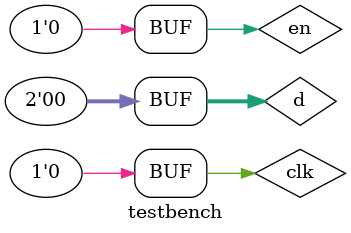
<source format=v>
/********************************************
Testbench of air traffic control system.

Airport description:
1)Airport contains two runways perpendicular to each other
2)Runway B faces E-W direction and Runway A faces N-S

Group Number:21

Member 1:
Name:Archit Pandey
Roll:16CO153

Member 2:
Name:Mohit Bhasi
ROll:16CO126
*********************************************/

`timescale 1ns/10ps
module testbench;

/********************************************
Inputs :
1) d-signifies direction of travel bits
   00-East,10-West,01-South,11-North
2) Clock
3) Enable pin
4) A,B-they are feedback from the current circuit
   which prevents a plane from landing on an 
   already occupied runway

Ouputs :
1) signal-signifies the output generated by
   the curcuit

Other Variables:
1) a-signifies the current state of runway a
2) b-signifies the current state of runway 
3) counta-counter for runway a, counts till 15
   and clears the runway after that
4) countb-counter for runway b, counts till 15
   and clears the runway after that
********************************************/
    reg en;
    reg clk;
    reg [1:0] d;
    wire [3:0]signal;
    runway_select runway_pick(d,A,B,clk,en,signal);             //Create an object of type runway_select
    initial 
    begin        
        clk = 1'b0;
        repeat (100)
        #10 clk = ~clk;                                     //Create clock 
    end 
    initial
    begin
        $dumpfile("dataflow.vcd");                            //Create the vcd file
        $dumpvars(0,runway_pick);                           

//Uniform direction is maintained throught the test cases, but the frequency of inputs vary and 
//hence each time assigned runway may not be in direction of travel. As each operation of landing takes 15 seconds, 
//the outputs stay for consecutive inputs. For example : if runway A and B are full and a new plane wants to land,
//the circuit will sendout the wait signal for the next 15 seconds regardless of the number of times the circuit receives an input
// until a runway becomes free

        en = 1'b1;                                          //Enable switch is turned on to make the circuit take input
        d = 2'b00;
        #10
        en = 1'b0;                                          //Disabling the switch signifies input has been succesfully given
        $monitor("Direction: %d Signal: %d", d, signal);    //Display

        #100
        en = 1'b1;                                          //Enable switch is turned on to make the circuit take input
        d = 2'b00;
        #10
        en = 1'b0;                                          //Disabling the switch signifies input has been succesfully given
        $monitor("Direction: %d Signal: %d", d, signal);    //Display

        #100
        en = 1'b1;                                          //Enable switch is turned on to make the circuit take input
        d = 2'b00;
        #10
        en = 1'b0;                                          //Disabling the switch signifies input has been succesfully given
        $monitor("Direction: %d Signal: %d", d, signal);    //Display

//At this point all the runways are full for the next 15 seconds and the frequency of input is increased
//to show that the circuit will output the wait signal for the next 15 seconds

        #20
        en = 1'b1;                                          //Enable switch is turned on to make the circuit take input
        d = 2'b00;
        #10
        en = 1'b0;                                          //Disabling the switch signifies input has been succesfully given
        $monitor("Direction: %d Signal: %d", d, signal);    //Display

        #20
        en = 1'b1;                                          //Enable switch is turned on to make the circuit take input
        d = 2'b00;
        #10   
        en = 1'b0;                                          //Disabling the switch signifies input has been succesfully given              
        $monitor("Direction: %d Signal: %d", d, signal);    //Display

        #20
        en = 1'b1;                                          //Enable switch is turned on to make the circuit take input
        d = 2'b00;
        #10
        en = 1'b0;                                          //Disabling the switch signifies input has been succesfully given
        $monitor("Direction: %d Signal: %d", d, signal);    //Display
        
    end
endmodule 
</source>
